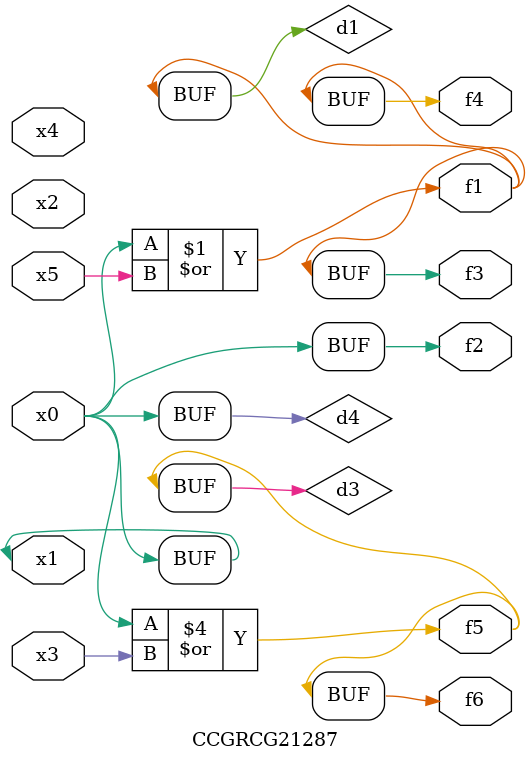
<source format=v>
module CCGRCG21287(
	input x0, x1, x2, x3, x4, x5,
	output f1, f2, f3, f4, f5, f6
);

	wire d1, d2, d3, d4;

	or (d1, x0, x5);
	xnor (d2, x1, x4);
	or (d3, x0, x3);
	buf (d4, x0, x1);
	assign f1 = d1;
	assign f2 = d4;
	assign f3 = d1;
	assign f4 = d1;
	assign f5 = d3;
	assign f6 = d3;
endmodule

</source>
